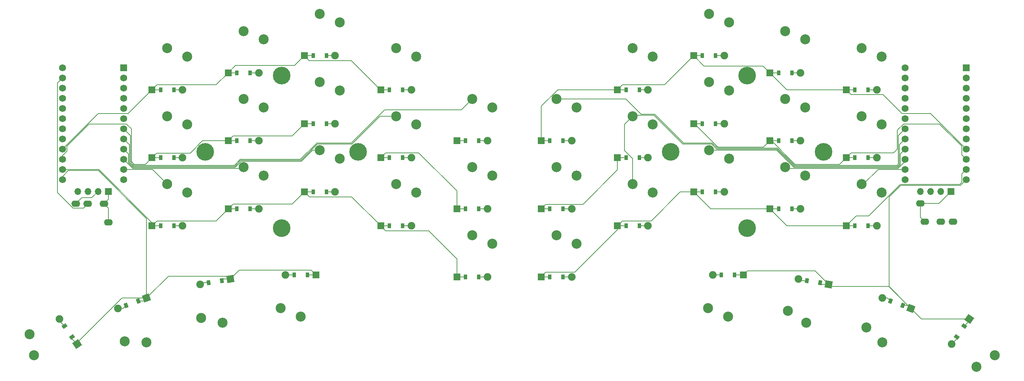
<source format=gbr>
%TF.GenerationSoftware,KiCad,Pcbnew,(6.0.4)*%
%TF.CreationDate,2022-07-04T17:43:03-04:00*%
%TF.ProjectId,glitch,676c6974-6368-42e6-9b69-6361645f7063,v1.0.0*%
%TF.SameCoordinates,Original*%
%TF.FileFunction,Copper,L1,Top*%
%TF.FilePolarity,Positive*%
%FSLAX46Y46*%
G04 Gerber Fmt 4.6, Leading zero omitted, Abs format (unit mm)*
G04 Created by KiCad (PCBNEW (6.0.4)) date 2022-07-04 17:43:03*
%MOMM*%
%LPD*%
G01*
G04 APERTURE LIST*
G04 Aperture macros list*
%AMRotRect*
0 Rectangle, with rotation*
0 The origin of the aperture is its center*
0 $1 length*
0 $2 width*
0 $3 Rotation angle, in degrees counterclockwise*
0 Add horizontal line*
21,1,$1,$2,0,0,$3*%
G04 Aperture macros list end*
%TA.AperFunction,ComponentPad*%
%ADD10C,2.500000*%
%TD*%
%TA.AperFunction,SMDPad,CuDef*%
%ADD11R,0.900000X1.200000*%
%TD*%
%TA.AperFunction,ComponentPad*%
%ADD12C,1.905000*%
%TD*%
%TA.AperFunction,ComponentPad*%
%ADD13R,1.778000X1.778000*%
%TD*%
%TA.AperFunction,SMDPad,CuDef*%
%ADD14RotRect,0.900000X1.200000X170.000000*%
%TD*%
%TA.AperFunction,ComponentPad*%
%ADD15RotRect,1.778000X1.778000X170.000000*%
%TD*%
%TA.AperFunction,SMDPad,CuDef*%
%ADD16RotRect,0.900000X1.200000X160.000000*%
%TD*%
%TA.AperFunction,ComponentPad*%
%ADD17RotRect,1.778000X1.778000X160.000000*%
%TD*%
%TA.AperFunction,SMDPad,CuDef*%
%ADD18RotRect,0.900000X1.200000X235.000000*%
%TD*%
%TA.AperFunction,ComponentPad*%
%ADD19RotRect,1.778000X1.778000X235.000000*%
%TD*%
%TA.AperFunction,SMDPad,CuDef*%
%ADD20RotRect,0.900000X1.200000X190.000000*%
%TD*%
%TA.AperFunction,ComponentPad*%
%ADD21RotRect,1.778000X1.778000X190.000000*%
%TD*%
%TA.AperFunction,SMDPad,CuDef*%
%ADD22RotRect,0.900000X1.200000X200.000000*%
%TD*%
%TA.AperFunction,ComponentPad*%
%ADD23RotRect,1.778000X1.778000X200.000000*%
%TD*%
%TA.AperFunction,SMDPad,CuDef*%
%ADD24RotRect,0.900000X1.200000X125.000000*%
%TD*%
%TA.AperFunction,ComponentPad*%
%ADD25RotRect,1.778000X1.778000X125.000000*%
%TD*%
%TA.AperFunction,ComponentPad*%
%ADD26R,1.752600X1.752600*%
%TD*%
%TA.AperFunction,ComponentPad*%
%ADD27C,1.752600*%
%TD*%
%TA.AperFunction,ComponentPad*%
%ADD28O,2.200000X1.600000*%
%TD*%
%TA.AperFunction,ComponentPad*%
%ADD29O,1.700000X1.700000*%
%TD*%
%TA.AperFunction,ComponentPad*%
%ADD30R,1.700000X1.700000*%
%TD*%
%TA.AperFunction,ComponentPad*%
%ADD31C,4.400000*%
%TD*%
%TA.AperFunction,Conductor*%
%ADD32C,0.127000*%
%TD*%
G04 APERTURE END LIST*
D10*
%TO.P,S1,1*%
%TO.N,pinky_bottom*%
X5000000Y3800000D03*
%TO.P,S1,2*%
%TO.N,D4*%
X0Y5900000D03*
%TD*%
D11*
%TO.P,D1,1*%
%TO.N,B2*%
X-1650000Y-4500000D03*
%TO.P,D1,2*%
%TO.N,pinky_bottom*%
X1650000Y-4500000D03*
D12*
%TO.P,D1,1*%
X3810000Y-4500000D03*
D13*
%TO.P,D1,2*%
%TO.N,B2*%
X-3810000Y-4500000D03*
%TD*%
D10*
%TO.P,S2,1*%
%TO.N,pinky_home*%
X5000000Y20800000D03*
%TO.P,S2,2*%
%TO.N,D4*%
X0Y22900000D03*
%TD*%
D11*
%TO.P,D2,1*%
%TO.N,B3*%
X-1650000Y12500000D03*
%TO.P,D2,2*%
%TO.N,pinky_home*%
X1650000Y12500000D03*
D12*
%TO.P,D2,1*%
X3810000Y12500000D03*
D13*
%TO.P,D2,2*%
%TO.N,B3*%
X-3810000Y12500000D03*
%TD*%
D10*
%TO.P,S3,1*%
%TO.N,pinky_top*%
X5000000Y37800000D03*
%TO.P,S3,2*%
%TO.N,D4*%
X0Y39900000D03*
%TD*%
D11*
%TO.P,D3,1*%
%TO.N,B1*%
X-1650000Y29500000D03*
%TO.P,D3,2*%
%TO.N,pinky_top*%
X1650000Y29500000D03*
D12*
%TO.P,D3,1*%
X3810000Y29500000D03*
D13*
%TO.P,D3,2*%
%TO.N,B1*%
X-3810000Y29500000D03*
%TD*%
D10*
%TO.P,S4,1*%
%TO.N,ring_bottom*%
X24000000Y16550000D03*
%TO.P,S4,2*%
%TO.N,C6*%
X19000000Y18650000D03*
%TD*%
D11*
%TO.P,D4,1*%
%TO.N,B2*%
X17350000Y8250000D03*
%TO.P,D4,2*%
%TO.N,ring_bottom*%
X20650000Y8250000D03*
D12*
%TO.P,D4,1*%
X22810000Y8250000D03*
D13*
%TO.P,D4,2*%
%TO.N,B2*%
X15190000Y8250000D03*
%TD*%
D10*
%TO.P,S5,1*%
%TO.N,ring_home*%
X24000000Y33550000D03*
%TO.P,S5,2*%
%TO.N,C6*%
X19000000Y35650000D03*
%TD*%
D11*
%TO.P,D5,1*%
%TO.N,B3*%
X17350000Y25250000D03*
%TO.P,D5,2*%
%TO.N,ring_home*%
X20650000Y25250000D03*
D12*
%TO.P,D5,1*%
X22810000Y25250000D03*
D13*
%TO.P,D5,2*%
%TO.N,B3*%
X15190000Y25250000D03*
%TD*%
D10*
%TO.P,S6,1*%
%TO.N,ring_top*%
X24000000Y50550000D03*
%TO.P,S6,2*%
%TO.N,C6*%
X19000000Y52650000D03*
%TD*%
D11*
%TO.P,D6,1*%
%TO.N,B1*%
X17350000Y42250000D03*
%TO.P,D6,2*%
%TO.N,ring_top*%
X20650000Y42250000D03*
D12*
%TO.P,D6,1*%
X22810000Y42250000D03*
D13*
%TO.P,D6,2*%
%TO.N,B1*%
X15190000Y42250000D03*
%TD*%
D10*
%TO.P,S7,1*%
%TO.N,middle_bottom*%
X43000000Y25050000D03*
%TO.P,S7,2*%
%TO.N,D7*%
X38000000Y27150000D03*
%TD*%
D11*
%TO.P,D7,1*%
%TO.N,B2*%
X36350000Y16750000D03*
%TO.P,D7,2*%
%TO.N,middle_bottom*%
X39650000Y16750000D03*
D12*
%TO.P,D7,1*%
X41810000Y16750000D03*
D13*
%TO.P,D7,2*%
%TO.N,B2*%
X34190000Y16750000D03*
%TD*%
D10*
%TO.P,S8,1*%
%TO.N,middle_home*%
X43000000Y42050000D03*
%TO.P,S8,2*%
%TO.N,D7*%
X38000000Y44150000D03*
%TD*%
D11*
%TO.P,D8,1*%
%TO.N,B3*%
X36350000Y33750000D03*
%TO.P,D8,2*%
%TO.N,middle_home*%
X39650000Y33750000D03*
D12*
%TO.P,D8,1*%
X41810000Y33750000D03*
D13*
%TO.P,D8,2*%
%TO.N,B3*%
X34190000Y33750000D03*
%TD*%
D10*
%TO.P,S9,1*%
%TO.N,middle_top*%
X43000000Y59050000D03*
%TO.P,S9,2*%
%TO.N,D7*%
X38000000Y61150000D03*
%TD*%
D11*
%TO.P,D9,1*%
%TO.N,B1*%
X36350000Y50750000D03*
%TO.P,D9,2*%
%TO.N,middle_top*%
X39650000Y50750000D03*
D12*
%TO.P,D9,1*%
X41810000Y50750000D03*
D13*
%TO.P,D9,2*%
%TO.N,B1*%
X34190000Y50750000D03*
%TD*%
D10*
%TO.P,S10,1*%
%TO.N,index_bottom*%
X62000000Y20800000D03*
%TO.P,S10,2*%
%TO.N,E6*%
X57000000Y22900000D03*
%TD*%
D11*
%TO.P,D10,1*%
%TO.N,B2*%
X55350000Y12500000D03*
%TO.P,D10,2*%
%TO.N,index_bottom*%
X58650000Y12500000D03*
D12*
%TO.P,D10,1*%
X60810000Y12500000D03*
D13*
%TO.P,D10,2*%
%TO.N,B2*%
X53190000Y12500000D03*
%TD*%
D10*
%TO.P,S11,1*%
%TO.N,index_home*%
X62000000Y37800000D03*
%TO.P,S11,2*%
%TO.N,E6*%
X57000000Y39900000D03*
%TD*%
D11*
%TO.P,D11,1*%
%TO.N,B3*%
X55350000Y29500000D03*
%TO.P,D11,2*%
%TO.N,index_home*%
X58650000Y29500000D03*
D12*
%TO.P,D11,1*%
X60810000Y29500000D03*
D13*
%TO.P,D11,2*%
%TO.N,B3*%
X53190000Y29500000D03*
%TD*%
D10*
%TO.P,S12,1*%
%TO.N,index_top*%
X62000000Y54800000D03*
%TO.P,S12,2*%
%TO.N,E6*%
X57000000Y56900000D03*
%TD*%
D11*
%TO.P,D12,1*%
%TO.N,B1*%
X55350000Y46500000D03*
%TO.P,D12,2*%
%TO.N,index_top*%
X58650000Y46500000D03*
D12*
%TO.P,D12,1*%
X60810000Y46500000D03*
D13*
%TO.P,D12,2*%
%TO.N,B1*%
X53190000Y46500000D03*
%TD*%
D10*
%TO.P,S13,1*%
%TO.N,inner_bottom*%
X81000000Y16550000D03*
%TO.P,S13,2*%
%TO.N,B4*%
X76000000Y18650000D03*
%TD*%
D11*
%TO.P,D13,1*%
%TO.N,B2*%
X74350000Y8250000D03*
%TO.P,D13,2*%
%TO.N,inner_bottom*%
X77650000Y8250000D03*
D12*
%TO.P,D13,1*%
X79810000Y8250000D03*
D13*
%TO.P,D13,2*%
%TO.N,B2*%
X72190000Y8250000D03*
%TD*%
D10*
%TO.P,S14,1*%
%TO.N,inner_home*%
X81000000Y33550000D03*
%TO.P,S14,2*%
%TO.N,B4*%
X76000000Y35650000D03*
%TD*%
D11*
%TO.P,D14,1*%
%TO.N,B3*%
X74350000Y25250000D03*
%TO.P,D14,2*%
%TO.N,inner_home*%
X77650000Y25250000D03*
D12*
%TO.P,D14,1*%
X79810000Y25250000D03*
D13*
%TO.P,D14,2*%
%TO.N,B3*%
X72190000Y25250000D03*
%TD*%
D10*
%TO.P,S15,1*%
%TO.N,inner_top*%
X81000000Y50550000D03*
%TO.P,S15,2*%
%TO.N,B4*%
X76000000Y52650000D03*
%TD*%
D11*
%TO.P,D15,1*%
%TO.N,B1*%
X74350000Y42250000D03*
%TO.P,D15,2*%
%TO.N,inner_top*%
X77650000Y42250000D03*
D12*
%TO.P,D15,1*%
X79810000Y42250000D03*
D13*
%TO.P,D15,2*%
%TO.N,B1*%
X72190000Y42250000D03*
%TD*%
D10*
%TO.P,S16,1*%
%TO.N,outer_thumbs*%
X37750000Y-12300000D03*
%TO.P,S16,2*%
%TO.N,C6*%
X42750000Y-14400000D03*
%TD*%
D11*
%TO.P,D16,1*%
%TO.N,B6*%
X44400000Y-4000000D03*
%TO.P,D16,2*%
%TO.N,outer_thumbs*%
X41100000Y-4000000D03*
D12*
%TO.P,D16,1*%
X38940000Y-4000000D03*
D13*
%TO.P,D16,2*%
%TO.N,B6*%
X46560000Y-4000000D03*
%TD*%
D10*
%TO.P,S17,1*%
%TO.N,middle1_thumbs*%
X57686622Y-12994365D03*
%TO.P,S17,2*%
%TO.N,D7*%
X62246000Y-15930702D03*
%TD*%
D14*
%TO.P,D17,1*%
%TO.N,B6*%
X65676873Y-5975220D03*
%TO.P,D17,2*%
%TO.N,middle1_thumbs*%
X62427007Y-5402182D03*
D12*
%TO.P,D17,1*%
X60299822Y-5027101D03*
D15*
%TO.P,D17,2*%
%TO.N,B6*%
X67804058Y-6350301D03*
%TD*%
D10*
%TO.P,S18,1*%
%TO.N,middle2_thumbs*%
X77199786Y-17140138D03*
%TO.P,S18,2*%
%TO.N,E6*%
X81180007Y-20823593D03*
%TD*%
D16*
%TO.P,D18,1*%
%TO.N,B6*%
X86287510Y-11615123D03*
%TO.P,D18,2*%
%TO.N,middle2_thumbs*%
X83186524Y-10486457D03*
D12*
%TO.P,D18,1*%
X81156788Y-9747693D03*
D17*
%TO.P,D18,2*%
%TO.N,B6*%
X88317246Y-12353887D03*
%TD*%
D10*
%TO.P,S19,1*%
%TO.N,inner_thumbs*%
X104619730Y-26986949D03*
%TO.P,S19,2*%
%TO.N,B4*%
X109207831Y-24095699D03*
%TD*%
D18*
%TO.P,D19,1*%
%TO.N,B6*%
X101635050Y-16778903D03*
%TO.P,D19,2*%
%TO.N,inner_thumbs*%
X99742248Y-19482105D03*
D12*
%TO.P,D19,1*%
X98503323Y-21251473D03*
D19*
%TO.P,D19,2*%
%TO.N,B6*%
X102873975Y-15009535D03*
%TD*%
D10*
%TO.P,S20,1*%
%TO.N,mirror_pinky_bottom*%
X-16000000Y3800000D03*
%TO.P,S20,2*%
%TO.N,F6*%
X-21000000Y5900000D03*
%TD*%
D11*
%TO.P,D20,1*%
%TO.N,B4*%
X-22650000Y-4500000D03*
%TO.P,D20,2*%
%TO.N,mirror_pinky_bottom*%
X-19350000Y-4500000D03*
D12*
%TO.P,D20,1*%
X-17190000Y-4500000D03*
D13*
%TO.P,D20,2*%
%TO.N,B4*%
X-24810000Y-4500000D03*
%TD*%
D10*
%TO.P,S21,1*%
%TO.N,mirror_pinky_home*%
X-16000000Y20800000D03*
%TO.P,S21,2*%
%TO.N,F6*%
X-21000000Y22900000D03*
%TD*%
D11*
%TO.P,D21,1*%
%TO.N,E6*%
X-22650000Y12500000D03*
%TO.P,D21,2*%
%TO.N,mirror_pinky_home*%
X-19350000Y12500000D03*
D12*
%TO.P,D21,1*%
X-17190000Y12500000D03*
D13*
%TO.P,D21,2*%
%TO.N,E6*%
X-24810000Y12500000D03*
%TD*%
D10*
%TO.P,S22,1*%
%TO.N,mirror_pinky_top*%
X-16000000Y37800000D03*
%TO.P,S22,2*%
%TO.N,F6*%
X-21000000Y39900000D03*
%TD*%
D11*
%TO.P,D22,1*%
%TO.N,D7*%
X-22650000Y29500000D03*
%TO.P,D22,2*%
%TO.N,mirror_pinky_top*%
X-19350000Y29500000D03*
D12*
%TO.P,D22,1*%
X-17190000Y29500000D03*
D13*
%TO.P,D22,2*%
%TO.N,D7*%
X-24810000Y29500000D03*
%TD*%
D10*
%TO.P,S23,1*%
%TO.N,mirror_ring_bottom*%
X-35000000Y16550000D03*
%TO.P,S23,2*%
%TO.N,F7*%
X-40000000Y18650000D03*
%TD*%
D11*
%TO.P,D23,1*%
%TO.N,B4*%
X-41650000Y8250000D03*
%TO.P,D23,2*%
%TO.N,mirror_ring_bottom*%
X-38350000Y8250000D03*
D12*
%TO.P,D23,1*%
X-36190000Y8250000D03*
D13*
%TO.P,D23,2*%
%TO.N,B4*%
X-43810000Y8250000D03*
%TD*%
D10*
%TO.P,S24,1*%
%TO.N,mirror_ring_home*%
X-35000000Y33550000D03*
%TO.P,S24,2*%
%TO.N,F7*%
X-40000000Y35650000D03*
%TD*%
D11*
%TO.P,D24,1*%
%TO.N,E6*%
X-41650000Y25250000D03*
%TO.P,D24,2*%
%TO.N,mirror_ring_home*%
X-38350000Y25250000D03*
D12*
%TO.P,D24,1*%
X-36190000Y25250000D03*
D13*
%TO.P,D24,2*%
%TO.N,E6*%
X-43810000Y25250000D03*
%TD*%
D10*
%TO.P,S25,1*%
%TO.N,mirror_ring_top*%
X-35000000Y50550000D03*
%TO.P,S25,2*%
%TO.N,F7*%
X-40000000Y52650000D03*
%TD*%
D11*
%TO.P,D25,1*%
%TO.N,D7*%
X-41650000Y42250000D03*
%TO.P,D25,2*%
%TO.N,mirror_ring_top*%
X-38350000Y42250000D03*
D12*
%TO.P,D25,1*%
X-36190000Y42250000D03*
D13*
%TO.P,D25,2*%
%TO.N,D7*%
X-43810000Y42250000D03*
%TD*%
D10*
%TO.P,S26,1*%
%TO.N,mirror_middle_bottom*%
X-54000000Y25050000D03*
%TO.P,S26,2*%
%TO.N,B1*%
X-59000000Y27150000D03*
%TD*%
D11*
%TO.P,D26,1*%
%TO.N,B4*%
X-60650000Y16750000D03*
%TO.P,D26,2*%
%TO.N,mirror_middle_bottom*%
X-57350000Y16750000D03*
D12*
%TO.P,D26,1*%
X-55190000Y16750000D03*
D13*
%TO.P,D26,2*%
%TO.N,B4*%
X-62810000Y16750000D03*
%TD*%
D10*
%TO.P,S27,1*%
%TO.N,mirror_middle_home*%
X-54000000Y42050000D03*
%TO.P,S27,2*%
%TO.N,B1*%
X-59000000Y44150000D03*
%TD*%
D11*
%TO.P,D27,1*%
%TO.N,E6*%
X-60650000Y33750000D03*
%TO.P,D27,2*%
%TO.N,mirror_middle_home*%
X-57350000Y33750000D03*
D12*
%TO.P,D27,1*%
X-55190000Y33750000D03*
D13*
%TO.P,D27,2*%
%TO.N,E6*%
X-62810000Y33750000D03*
%TD*%
D10*
%TO.P,S28,1*%
%TO.N,mirror_middle_top*%
X-54000000Y59050000D03*
%TO.P,S28,2*%
%TO.N,B1*%
X-59000000Y61150000D03*
%TD*%
D11*
%TO.P,D28,1*%
%TO.N,D7*%
X-60650000Y50750000D03*
%TO.P,D28,2*%
%TO.N,mirror_middle_top*%
X-57350000Y50750000D03*
D12*
%TO.P,D28,1*%
X-55190000Y50750000D03*
D13*
%TO.P,D28,2*%
%TO.N,D7*%
X-62810000Y50750000D03*
%TD*%
D10*
%TO.P,S29,1*%
%TO.N,mirror_index_bottom*%
X-73000000Y20800000D03*
%TO.P,S29,2*%
%TO.N,B3*%
X-78000000Y22900000D03*
%TD*%
D11*
%TO.P,D29,1*%
%TO.N,B4*%
X-79650000Y12500000D03*
%TO.P,D29,2*%
%TO.N,mirror_index_bottom*%
X-76350000Y12500000D03*
D12*
%TO.P,D29,1*%
X-74190000Y12500000D03*
D13*
%TO.P,D29,2*%
%TO.N,B4*%
X-81810000Y12500000D03*
%TD*%
D10*
%TO.P,S30,1*%
%TO.N,mirror_index_home*%
X-73000000Y37800000D03*
%TO.P,S30,2*%
%TO.N,B3*%
X-78000000Y39900000D03*
%TD*%
D11*
%TO.P,D30,1*%
%TO.N,E6*%
X-79650000Y29500000D03*
%TO.P,D30,2*%
%TO.N,mirror_index_home*%
X-76350000Y29500000D03*
D12*
%TO.P,D30,1*%
X-74190000Y29500000D03*
D13*
%TO.P,D30,2*%
%TO.N,E6*%
X-81810000Y29500000D03*
%TD*%
D10*
%TO.P,S31,1*%
%TO.N,mirror_index_top*%
X-73000000Y54800000D03*
%TO.P,S31,2*%
%TO.N,B3*%
X-78000000Y56900000D03*
%TD*%
D11*
%TO.P,D31,1*%
%TO.N,D7*%
X-79650000Y46500000D03*
%TO.P,D31,2*%
%TO.N,mirror_index_top*%
X-76350000Y46500000D03*
D12*
%TO.P,D31,1*%
X-74190000Y46500000D03*
D13*
%TO.P,D31,2*%
%TO.N,D7*%
X-81810000Y46500000D03*
%TD*%
D10*
%TO.P,S32,1*%
%TO.N,mirror_inner_bottom*%
X-92000000Y16550000D03*
%TO.P,S32,2*%
%TO.N,B2*%
X-97000000Y18650000D03*
%TD*%
D11*
%TO.P,D32,1*%
%TO.N,B4*%
X-98650000Y8250000D03*
%TO.P,D32,2*%
%TO.N,mirror_inner_bottom*%
X-95350000Y8250000D03*
D12*
%TO.P,D32,1*%
X-93190000Y8250000D03*
D13*
%TO.P,D32,2*%
%TO.N,B4*%
X-100810000Y8250000D03*
%TD*%
D10*
%TO.P,S33,1*%
%TO.N,mirror_inner_home*%
X-92000000Y33550000D03*
%TO.P,S33,2*%
%TO.N,B2*%
X-97000000Y35650000D03*
%TD*%
D11*
%TO.P,D33,1*%
%TO.N,E6*%
X-98650000Y25250000D03*
%TO.P,D33,2*%
%TO.N,mirror_inner_home*%
X-95350000Y25250000D03*
D12*
%TO.P,D33,1*%
X-93190000Y25250000D03*
D13*
%TO.P,D33,2*%
%TO.N,E6*%
X-100810000Y25250000D03*
%TD*%
D10*
%TO.P,S34,1*%
%TO.N,mirror_inner_top*%
X-92000000Y50550000D03*
%TO.P,S34,2*%
%TO.N,B2*%
X-97000000Y52650000D03*
%TD*%
D11*
%TO.P,D34,1*%
%TO.N,D7*%
X-98650000Y42250000D03*
%TO.P,D34,2*%
%TO.N,mirror_inner_top*%
X-95350000Y42250000D03*
D12*
%TO.P,D34,1*%
X-93190000Y42250000D03*
D13*
%TO.P,D34,2*%
%TO.N,D7*%
X-100810000Y42250000D03*
%TD*%
D10*
%TO.P,S35,1*%
%TO.N,mirror_outer_thumbs*%
X-68750000Y-12300000D03*
%TO.P,S35,2*%
%TO.N,F7*%
X-63750000Y-14400000D03*
%TD*%
D11*
%TO.P,D35,1*%
%TO.N,B5*%
X-62100000Y-4000000D03*
%TO.P,D35,2*%
%TO.N,mirror_outer_thumbs*%
X-65400000Y-4000000D03*
D12*
%TO.P,D35,1*%
X-67560000Y-4000000D03*
D13*
%TO.P,D35,2*%
%TO.N,B5*%
X-59940000Y-4000000D03*
%TD*%
D10*
%TO.P,S36,1*%
%TO.N,mirror_middle1_thumbs*%
X-88534700Y-14730846D03*
%TO.P,S36,2*%
%TO.N,B1*%
X-83246000Y-15930702D03*
%TD*%
D20*
%TO.P,D36,1*%
%TO.N,B5*%
X-83427007Y-5402182D03*
%TO.P,D36,2*%
%TO.N,mirror_middle1_thumbs*%
X-86676873Y-5975220D03*
D12*
%TO.P,D36,1*%
X-88804058Y-6350301D03*
D21*
%TO.P,D36,2*%
%TO.N,B5*%
X-81299822Y-5027101D03*
%TD*%
D10*
%TO.P,S37,1*%
%TO.N,mirror_middle2_thumbs*%
X-107596713Y-20560340D03*
%TO.P,S37,2*%
%TO.N,B3*%
X-102180007Y-20823593D03*
%TD*%
D22*
%TO.P,D37,1*%
%TO.N,B5*%
X-104186524Y-10486457D03*
%TO.P,D37,2*%
%TO.N,mirror_middle2_thumbs*%
X-107287510Y-11615123D03*
D12*
%TO.P,D37,1*%
X-109317246Y-12353887D03*
D23*
%TO.P,D37,2*%
%TO.N,B5*%
X-102156788Y-9747693D03*
%TD*%
D10*
%TO.P,S38,1*%
%TO.N,mirror_inner_thumbs*%
X-131355494Y-18795428D03*
%TO.P,S38,2*%
%TO.N,B2*%
X-130207831Y-24095699D03*
%TD*%
D24*
%TO.P,D38,1*%
%TO.N,B5*%
X-120742248Y-19482105D03*
%TO.P,D38,2*%
%TO.N,mirror_inner_thumbs*%
X-122635050Y-16778903D03*
D12*
%TO.P,D38,1*%
X-123873975Y-15009535D03*
D25*
%TO.P,D38,2*%
%TO.N,B5*%
X-119503323Y-21251473D03*
%TD*%
D26*
%TO.P,MCU1,1*%
%TO.N,RAW*%
X102120000Y47720000D03*
D27*
%TO.P,MCU1,2*%
%TO.N,GND*%
X102120000Y45180000D03*
%TO.P,MCU1,3*%
%TO.N,RST*%
X102120000Y42640000D03*
%TO.P,MCU1,4*%
%TO.N,VCC*%
X102120000Y40100000D03*
%TO.P,MCU1,5*%
%TO.N,F4*%
X102120000Y37560000D03*
%TO.P,MCU1,6*%
%TO.N,F5*%
X102120000Y35020000D03*
%TO.P,MCU1,7*%
%TO.N,F6*%
X102120000Y32480000D03*
%TO.P,MCU1,8*%
%TO.N,F7*%
X102120000Y29940000D03*
%TO.P,MCU1,9*%
%TO.N,B1*%
X102120000Y27400000D03*
%TO.P,MCU1,10*%
%TO.N,B3*%
X102120000Y24860000D03*
%TO.P,MCU1,11*%
%TO.N,B2*%
X102120000Y22320000D03*
%TO.P,MCU1,12*%
%TO.N,B6*%
X102120000Y19780000D03*
%TO.P,MCU1,13*%
%TO.N,D3*%
X86880000Y47720000D03*
%TO.P,MCU1,14*%
%TO.N,D2*%
X86880000Y45180000D03*
%TO.P,MCU1,15*%
%TO.N,GND*%
X86880000Y42640000D03*
%TO.P,MCU1,16*%
X86880000Y40100000D03*
%TO.P,MCU1,17*%
%TO.N,D1*%
X86880000Y37560000D03*
%TO.P,MCU1,18*%
%TO.N,D0*%
X86880000Y35020000D03*
%TO.P,MCU1,19*%
%TO.N,D4*%
X86880000Y32480000D03*
%TO.P,MCU1,20*%
%TO.N,C6*%
X86880000Y29940000D03*
%TO.P,MCU1,21*%
%TO.N,D7*%
X86880000Y27400000D03*
%TO.P,MCU1,22*%
%TO.N,E6*%
X86880000Y24860000D03*
%TO.P,MCU1,23*%
%TO.N,B4*%
X86880000Y22320000D03*
%TO.P,MCU1,24*%
%TO.N,B5*%
X86880000Y19780000D03*
%TD*%
D26*
%TO.P,MCU2,1*%
%TO.N,RAW*%
X-107880000Y47720000D03*
D27*
%TO.P,MCU2,2*%
%TO.N,GND*%
X-107880000Y45180000D03*
%TO.P,MCU2,3*%
%TO.N,RST*%
X-107880000Y42640000D03*
%TO.P,MCU2,4*%
%TO.N,VCC*%
X-107880000Y40100000D03*
%TO.P,MCU2,5*%
%TO.N,F4*%
X-107880000Y37560000D03*
%TO.P,MCU2,6*%
%TO.N,F5*%
X-107880000Y35020000D03*
%TO.P,MCU2,7*%
%TO.N,F6*%
X-107880000Y32480000D03*
%TO.P,MCU2,8*%
%TO.N,F7*%
X-107880000Y29940000D03*
%TO.P,MCU2,9*%
%TO.N,B1*%
X-107880000Y27400000D03*
%TO.P,MCU2,10*%
%TO.N,B3*%
X-107880000Y24860000D03*
%TO.P,MCU2,11*%
%TO.N,B2*%
X-107880000Y22320000D03*
%TO.P,MCU2,12*%
%TO.N,B6*%
X-107880000Y19780000D03*
%TO.P,MCU2,13*%
%TO.N,D3*%
X-123120000Y47720000D03*
%TO.P,MCU2,14*%
%TO.N,D2*%
X-123120000Y45180000D03*
%TO.P,MCU2,15*%
%TO.N,GND*%
X-123120000Y42640000D03*
%TO.P,MCU2,16*%
X-123120000Y40100000D03*
%TO.P,MCU2,17*%
%TO.N,D1*%
X-123120000Y37560000D03*
%TO.P,MCU2,18*%
%TO.N,D0*%
X-123120000Y35020000D03*
%TO.P,MCU2,19*%
%TO.N,D4*%
X-123120000Y32480000D03*
%TO.P,MCU2,20*%
%TO.N,C6*%
X-123120000Y29940000D03*
%TO.P,MCU2,21*%
%TO.N,D7*%
X-123120000Y27400000D03*
%TO.P,MCU2,22*%
%TO.N,E6*%
X-123120000Y24860000D03*
%TO.P,MCU2,23*%
%TO.N,B4*%
X-123120000Y22320000D03*
%TO.P,MCU2,24*%
%TO.N,B5*%
X-123120000Y19780000D03*
%TD*%
D28*
%TO.P,REF\u002A\u002A,1*%
%TO.N,GND*%
X90700000Y13850000D03*
%TO.P,REF\u002A\u002A,2*%
X91800000Y9250000D03*
%TO.P,REF\u002A\u002A,3*%
%TO.N,D2*%
X95800000Y9250000D03*
%TO.P,REF\u002A\u002A,4*%
%TO.N,VCC*%
X98800000Y9250000D03*
%TD*%
%TO.P,REF\u002A\u002A,1*%
%TO.N,GND*%
X-111700000Y9150000D03*
%TO.P,REF\u002A\u002A,2*%
X-112800000Y13750000D03*
%TO.P,REF\u002A\u002A,3*%
%TO.N,D2*%
X-116800000Y13750000D03*
%TO.P,REF\u002A\u002A,4*%
%TO.N,VCC*%
X-119800000Y13750000D03*
%TD*%
D29*
%TO.P,OLED1,4*%
%TO.N,D1*%
X90680000Y16850000D03*
%TO.P,OLED1,3*%
%TO.N,D0*%
X93220000Y16850000D03*
%TO.P,OLED1,2*%
%TO.N,VCC*%
X95760000Y16850000D03*
D30*
%TO.P,OLED1,1*%
%TO.N,GND*%
X98300000Y16850000D03*
%TD*%
D29*
%TO.P,OLED2,4*%
%TO.N,D1*%
X-119320000Y16850000D03*
%TO.P,OLED2,3*%
%TO.N,D0*%
X-116780000Y16850000D03*
%TO.P,OLED2,2*%
%TO.N,VCC*%
X-114240000Y16850000D03*
D30*
%TO.P,OLED2,1*%
%TO.N,GND*%
X-111700000Y16850000D03*
%TD*%
D31*
%TO.P,,1*%
%TO.N,N/C*%
X47500000Y45800000D03*
X47500000Y7700000D03*
X28450000Y26750000D03*
X66550000Y26750000D03*
%TD*%
%TO.P,,1*%
%TO.N,N/C*%
X-68500000Y45800000D03*
X-68500000Y7700000D03*
X-87550000Y26750000D03*
X-49450000Y26750000D03*
%TD*%
D32*
%TO.N,B3*%
X53575596Y29500000D02*
X53190000Y29500000D01*
X59461516Y23614080D02*
X53575596Y29500000D01*
X70554080Y23614080D02*
X59461516Y23614080D01*
X72190000Y25250000D02*
X70554080Y23614080D01*
%TO.N,D4*%
X85185920Y30785920D02*
X86880000Y32480000D01*
X85185920Y23744452D02*
X85185920Y30785920D01*
X84802028Y23360560D02*
X85185920Y23744452D01*
X59356504Y23360560D02*
X84802028Y23360560D01*
X55060024Y27657040D02*
X59356504Y23360560D01*
X38805012Y28953520D02*
X40101492Y27657040D01*
X21046480Y36153520D02*
X24446480Y36153520D01*
X24446480Y36153520D02*
X31646480Y28953520D01*
X40101492Y27657040D02*
X55060024Y27657040D01*
X17300000Y39900000D02*
X21046480Y36153520D01*
X0Y39900000D02*
X17300000Y39900000D01*
X31646480Y28953520D02*
X38805012Y28953520D01*
%TO.N,C6*%
X85439440Y28499440D02*
X86880000Y29940000D01*
X85439440Y23639440D02*
X85439440Y28499440D01*
X84907040Y23107040D02*
X85439440Y23639440D01*
X59251492Y23107040D02*
X84907040Y23107040D01*
X31500000Y28700000D02*
X38700000Y28700000D01*
X24300000Y35900000D02*
X31500000Y28700000D01*
X38700000Y28700000D02*
X39996481Y27403520D01*
X19250000Y35900000D02*
X24300000Y35900000D01*
X39996481Y27403520D02*
X54955012Y27403520D01*
X54955012Y27403520D02*
X59251492Y23107040D01*
X19000000Y35650000D02*
X19250000Y35900000D01*
%TO.N,D7*%
X85692960Y26212960D02*
X86880000Y27400000D01*
X85692960Y23534428D02*
X85692960Y26212960D01*
X59146480Y22853520D02*
X85012052Y22853520D01*
X85012052Y22853520D02*
X85692960Y23534428D01*
X38000000Y27150000D02*
X54850000Y27150000D01*
X54850000Y27150000D02*
X59146480Y22853520D01*
%TO.N,E6*%
X85117064Y22600000D02*
X86880000Y24362936D01*
X57300000Y22600000D02*
X85117064Y22600000D01*
X86880000Y24362936D02*
X86880000Y24860000D01*
X57000000Y22900000D02*
X57300000Y22600000D01*
%TO.N,B1*%
X16440000Y43500000D02*
X15190000Y42250000D01*
X26940000Y43500000D02*
X16440000Y43500000D01*
X34190000Y50750000D02*
X26940000Y43500000D01*
%TO.N,B2*%
X23600000Y9500000D02*
X16400000Y9500000D01*
X30850000Y16750000D02*
X23600000Y9500000D01*
X34190000Y16750000D02*
X30850000Y16750000D01*
X16400000Y9500000D02*
X15190000Y8290000D01*
X15190000Y8290000D02*
X15190000Y8250000D01*
%TO.N,B3*%
X40206504Y27910560D02*
X34367064Y33750000D01*
X51600560Y27910560D02*
X40206504Y27910560D01*
X34367064Y33750000D02*
X34190000Y33750000D01*
X53190000Y29500000D02*
X51600560Y27910560D01*
%TO.N,B2*%
X100500000Y18600000D02*
X101000000Y19100000D01*
X101000000Y19100000D02*
X101000000Y21200000D01*
X85700000Y18600000D02*
X100500000Y18600000D01*
X101000000Y21200000D02*
X102120000Y22320000D01*
X77800000Y10700000D02*
X85700000Y18600000D01*
X72190000Y8250000D02*
X74640000Y10700000D01*
X74640000Y10700000D02*
X77800000Y10700000D01*
%TO.N,GND*%
X90700000Y10350000D02*
X90700000Y13850000D01*
X91800000Y9250000D02*
X90700000Y10350000D01*
X95300000Y13850000D02*
X98300000Y16850000D01*
X90700000Y13850000D02*
X95300000Y13850000D01*
%TO.N,C6*%
X16972479Y33622479D02*
X16972479Y27027521D01*
X19000000Y25000000D02*
X19000000Y18650000D01*
X19000000Y35650000D02*
X16972479Y33622479D01*
X16972479Y27027521D02*
X19000000Y25000000D01*
%TO.N,B2*%
X4598511Y-3357489D02*
X-2667489Y-3357489D01*
X15190000Y7234000D02*
X4598511Y-3357489D01*
X-2667489Y-3357489D02*
X-3810000Y-4500000D01*
X15190000Y8250000D02*
X15190000Y7234000D01*
X53190000Y12500000D02*
X38440000Y12500000D01*
X38440000Y12500000D02*
X34190000Y16750000D01*
X57440000Y8250000D02*
X53190000Y12500000D01*
X72190000Y8250000D02*
X57440000Y8250000D01*
%TO.N,B3*%
X-2667489Y13642511D02*
X-3810000Y12500000D01*
X6568267Y13642511D02*
X-2667489Y13642511D01*
X15190000Y22264244D02*
X6568267Y13642511D01*
X15190000Y25250000D02*
X15190000Y22264244D01*
%TO.N,B1*%
X-3810000Y38126484D02*
X-3810000Y29500000D01*
X313516Y42250000D02*
X-3810000Y38126484D01*
X15190000Y42250000D02*
X313516Y42250000D01*
X36749989Y48190011D02*
X34190000Y50750000D01*
X51499989Y48190011D02*
X36749989Y48190011D01*
X53190000Y46500000D02*
X51499989Y48190011D01*
X57440000Y42250000D02*
X53190000Y46500000D01*
X72190000Y42250000D02*
X57440000Y42250000D01*
%TO.N,B6*%
X100686480Y18346480D02*
X102120000Y19780000D01*
X85805012Y18346480D02*
X100686480Y18346480D01*
X88317246Y-12353887D02*
X82900000Y-6936641D01*
X82900000Y-6936641D02*
X82900000Y15441468D01*
X82900000Y15441468D02*
X85805012Y18346480D01*
X82863359Y-6900000D02*
X68353757Y-6900000D01*
X88317246Y-12353887D02*
X82863359Y-6900000D01*
X68353757Y-6900000D02*
X67804058Y-6350301D01*
X64453757Y-3000000D02*
X47560000Y-3000000D01*
X67804058Y-6350301D02*
X64453757Y-3000000D01*
X47560000Y-3000000D02*
X46560000Y-4000000D01*
X90972894Y-15009535D02*
X88317246Y-12353887D01*
X102873975Y-15009535D02*
X90972894Y-15009535D01*
%TO.N,B3*%
X101000000Y25980000D02*
X102120000Y24860000D01*
X101000000Y28161468D02*
X101000000Y25980000D01*
X84932400Y32136397D02*
X86496003Y33700000D01*
X84932400Y27432400D02*
X84932400Y32136397D01*
X84000000Y26500000D02*
X84932400Y27432400D01*
X73440000Y26500000D02*
X84000000Y26500000D01*
X86496003Y33700000D02*
X95461468Y33700000D01*
X72190000Y25250000D02*
X73440000Y26500000D01*
X95461468Y33700000D02*
X101000000Y28161468D01*
%TO.N,B1*%
X86100000Y36300000D02*
X93220000Y36300000D01*
X81400000Y41000000D02*
X86100000Y36300000D01*
X73440000Y41000000D02*
X81400000Y41000000D01*
X72190000Y42250000D02*
X73440000Y41000000D01*
X93220000Y36300000D02*
X102120000Y27400000D01*
%TO.N,B4*%
X86853520Y22346480D02*
X86880000Y22320000D01*
X76484128Y18650000D02*
X80180608Y22346480D01*
X80180608Y22346480D02*
X86853520Y22346480D01*
X76000000Y18650000D02*
X76484128Y18650000D01*
%TO.N,B2*%
X-1650000Y-4500000D02*
X-3810000Y-4500000D01*
%TO.N,pinky_bottom*%
X3810000Y-4500000D02*
X1650000Y-4500000D01*
%TO.N,pinky_home*%
X1650000Y12500000D02*
X3810000Y12500000D01*
%TO.N,B3*%
X-3810000Y12500000D02*
X-1650000Y12500000D01*
%TO.N,B1*%
X-1650000Y29500000D02*
X-3810000Y29500000D01*
%TO.N,pinky_top*%
X3810000Y29500000D02*
X1650000Y29500000D01*
%TO.N,B2*%
X17350000Y8250000D02*
X15190000Y8250000D01*
%TO.N,ring_bottom*%
X22810000Y8250000D02*
X20650000Y8250000D01*
%TO.N,ring_home*%
X20650000Y25250000D02*
X22810000Y25250000D01*
%TO.N,B3*%
X15190000Y25250000D02*
X17350000Y25250000D01*
%TO.N,B1*%
X17350000Y42250000D02*
X15190000Y42250000D01*
%TO.N,ring_top*%
X22810000Y42250000D02*
X20650000Y42250000D01*
%TO.N,B1*%
X36350000Y50750000D02*
X34190000Y50750000D01*
%TO.N,middle_top*%
X41810000Y50750000D02*
X39650000Y50750000D01*
%TO.N,middle_home*%
X39650000Y33750000D02*
X41810000Y33750000D01*
%TO.N,B3*%
X34190000Y33750000D02*
X36350000Y33750000D01*
%TO.N,B2*%
X36350000Y16750000D02*
X34190000Y16750000D01*
%TO.N,middle_bottom*%
X41810000Y16750000D02*
X39650000Y16750000D01*
%TO.N,index_bottom*%
X58650000Y12500000D02*
X60810000Y12500000D01*
%TO.N,B2*%
X53190000Y12500000D02*
X55350000Y12500000D01*
%TO.N,B3*%
X55350000Y29500000D02*
X53190000Y29500000D01*
%TO.N,index_home*%
X60810000Y29500000D02*
X58650000Y29500000D01*
%TO.N,B1*%
X55350000Y46500000D02*
X53190000Y46500000D01*
%TO.N,index_top*%
X60810000Y46500000D02*
X58650000Y46500000D01*
%TO.N,B1*%
X74350000Y42250000D02*
X72190000Y42250000D01*
%TO.N,inner_top*%
X79810000Y42250000D02*
X77650000Y42250000D01*
%TO.N,inner_home*%
X77650000Y25250000D02*
X79810000Y25250000D01*
%TO.N,B3*%
X72190000Y25250000D02*
X74350000Y25250000D01*
%TO.N,B2*%
X74350000Y8250000D02*
X72190000Y8250000D01*
%TO.N,inner_bottom*%
X79810000Y8250000D02*
X77650000Y8250000D01*
%TO.N,outer_thumbs*%
X41100000Y-4000000D02*
X38940000Y-4000000D01*
%TO.N,B6*%
X46560000Y-4000000D02*
X44400000Y-4000000D01*
%TO.N,middle1_thumbs*%
X60674903Y-5402182D02*
X60299822Y-5027101D01*
X62427007Y-5402182D02*
X60674903Y-5402182D01*
%TO.N,B6*%
X66051954Y-6350301D02*
X65676873Y-5975220D01*
X67804058Y-6350301D02*
X66051954Y-6350301D01*
%TO.N,middle2_thumbs*%
X82447760Y-9747693D02*
X81156788Y-9747693D01*
X83186524Y-10486457D02*
X82447760Y-9747693D01*
%TO.N,B6*%
X87578482Y-11615123D02*
X86287510Y-11615123D01*
X88317246Y-12353887D02*
X87578482Y-11615123D01*
X102873975Y-15539978D02*
X102873975Y-15009535D01*
X101635050Y-16778903D02*
X102873975Y-15539978D01*
%TO.N,inner_thumbs*%
X99742248Y-20012548D02*
X99742248Y-19482105D01*
X98503323Y-21251473D02*
X99742248Y-20012548D01*
%TO.N,mirror_inner_thumbs*%
X-123873975Y-15539978D02*
X-123873975Y-15009535D01*
X-122635050Y-16778903D02*
X-123873975Y-15539978D01*
%TO.N,B5*%
X-120742248Y-20012548D02*
X-120742248Y-19482105D01*
X-119503323Y-21251473D02*
X-120742248Y-20012548D01*
%TO.N,mirror_middle2_thumbs*%
X-108026274Y-12353887D02*
X-109317246Y-12353887D01*
X-107287510Y-11615123D02*
X-108026274Y-12353887D01*
%TO.N,B5*%
X-102895552Y-10486457D02*
X-104186524Y-10486457D01*
X-102156788Y-9747693D02*
X-102895552Y-10486457D01*
%TO.N,mirror_middle1_thumbs*%
X-88428977Y-5975220D02*
X-88804058Y-6350301D01*
X-86676873Y-5975220D02*
X-88428977Y-5975220D01*
%TO.N,B5*%
X-83051926Y-5027101D02*
X-83427007Y-5402182D01*
X-81299822Y-5027101D02*
X-83051926Y-5027101D01*
%TO.N,mirror_outer_thumbs*%
X-65400000Y-4000000D02*
X-67560000Y-4000000D01*
%TO.N,B5*%
X-59940000Y-4000000D02*
X-62100000Y-4000000D01*
%TO.N,mirror_pinky_bottom*%
X-17190000Y-4500000D02*
X-19350000Y-4500000D01*
%TO.N,B4*%
X-22650000Y-4500000D02*
X-24810000Y-4500000D01*
%TO.N,mirror_ring_bottom*%
X-36190000Y8250000D02*
X-38350000Y8250000D01*
%TO.N,B4*%
X-41650000Y8250000D02*
X-43810000Y8250000D01*
%TO.N,mirror_middle_bottom*%
X-55190000Y16750000D02*
X-57350000Y16750000D01*
%TO.N,B4*%
X-60650000Y16750000D02*
X-62810000Y16750000D01*
%TO.N,mirror_index_bottom*%
X-74190000Y12500000D02*
X-76350000Y12500000D01*
%TO.N,B4*%
X-79650000Y12500000D02*
X-81810000Y12500000D01*
%TO.N,mirror_inner_bottom*%
X-93190000Y8250000D02*
X-95350000Y8250000D01*
%TO.N,B4*%
X-98650000Y8250000D02*
X-100810000Y8250000D01*
%TO.N,E6*%
X-98650000Y25250000D02*
X-100810000Y25250000D01*
%TO.N,mirror_inner_home*%
X-93190000Y25250000D02*
X-95350000Y25250000D01*
%TO.N,E6*%
X-79650000Y29500000D02*
X-81810000Y29500000D01*
%TO.N,mirror_index_home*%
X-74190000Y29500000D02*
X-76350000Y29500000D01*
%TO.N,E6*%
X-60650000Y33750000D02*
X-62810000Y33750000D01*
%TO.N,mirror_middle_home*%
X-55190000Y33750000D02*
X-57350000Y33750000D01*
%TO.N,E6*%
X-41650000Y25250000D02*
X-43810000Y25250000D01*
%TO.N,mirror_ring_home*%
X-36190000Y25250000D02*
X-38350000Y25250000D01*
%TO.N,mirror_pinky_home*%
X-17190000Y12500000D02*
X-19350000Y12500000D01*
%TO.N,E6*%
X-22650000Y12500000D02*
X-24810000Y12500000D01*
%TO.N,mirror_pinky_top*%
X-19350000Y29500000D02*
X-17190000Y29500000D01*
%TO.N,D7*%
X-24810000Y29500000D02*
X-22650000Y29500000D01*
%TO.N,mirror_ring_top*%
X-38350000Y42250000D02*
X-36190000Y42250000D01*
%TO.N,D7*%
X-43810000Y42250000D02*
X-41650000Y42250000D01*
X-60650000Y50750000D02*
X-62810000Y50750000D01*
%TO.N,mirror_middle_top*%
X-57350000Y50750000D02*
X-55190000Y50750000D01*
%TO.N,mirror_index_top*%
X-76350000Y46500000D02*
X-74190000Y46500000D01*
%TO.N,D7*%
X-81810000Y46500000D02*
X-79650000Y46500000D01*
%TO.N,mirror_inner_top*%
X-95350000Y42250000D02*
X-93190000Y42250000D01*
%TO.N,D7*%
X-100810000Y42250000D02*
X-98650000Y42250000D01*
%TO.N,B5*%
X-79072721Y-2800000D02*
X-81299822Y-5027101D01*
X-61140000Y-2800000D02*
X-79072721Y-2800000D01*
X-59940000Y-4000000D02*
X-61140000Y-2800000D01*
X-96709095Y-4300000D02*
X-102156788Y-9747693D01*
X-82026923Y-4300000D02*
X-96709095Y-4300000D01*
X-81299822Y-5027101D02*
X-82026923Y-4300000D01*
X-102156788Y-9747693D02*
X-108326808Y-9747693D01*
X-108326808Y-9747693D02*
X-119503323Y-20924208D01*
X-119503323Y-20924208D02*
X-119503323Y-21251473D01*
%TO.N,B4*%
X-24810000Y-43966D02*
X-31853966Y7000000D01*
X-24810000Y-4500000D02*
X-24810000Y-43966D01*
X-31853966Y7000000D02*
X-42560000Y7000000D01*
X-42560000Y7000000D02*
X-43810000Y8250000D01*
%TO.N,B5*%
X-102156788Y-9747693D02*
X-102156788Y10056788D01*
X-121633520Y22066480D02*
X-123120000Y20580000D01*
X-123120000Y20580000D02*
X-123120000Y19780000D01*
X-114166480Y22066480D02*
X-121633520Y22066480D01*
X-102156788Y10056788D02*
X-114166480Y22066480D01*
%TO.N,B4*%
X-61560000Y15500000D02*
X-62810000Y16750000D01*
X-51060000Y15500000D02*
X-61560000Y15500000D01*
X-43810000Y8250000D02*
X-51060000Y15500000D01*
X-65860000Y13700000D02*
X-80610000Y13700000D01*
X-62810000Y16750000D02*
X-65860000Y13700000D01*
X-80610000Y13700000D02*
X-81810000Y12500000D01*
X-99560000Y9500000D02*
X-100810000Y8250000D01*
X-84810000Y9500000D02*
X-99560000Y9500000D01*
X-81810000Y12500000D02*
X-84810000Y9500000D01*
%TO.N,E6*%
X-34353966Y26500000D02*
X-42560000Y26500000D01*
X-24810000Y16956034D02*
X-34353966Y26500000D01*
X-24810000Y12500000D02*
X-24810000Y16956034D01*
X-42560000Y26500000D02*
X-43810000Y25250000D01*
X-65860000Y30700000D02*
X-80610000Y30700000D01*
X-80610000Y30700000D02*
X-81810000Y29500000D01*
X-62810000Y33750000D02*
X-65860000Y30700000D01*
%TO.N,D7*%
X-51100000Y49500000D02*
X-61600000Y49500000D01*
X-43850000Y42250000D02*
X-51100000Y49500000D01*
X-61600000Y49500000D02*
X-62810000Y50710000D01*
X-62810000Y50710000D02*
X-62810000Y50750000D01*
X-43810000Y42250000D02*
X-43850000Y42250000D01*
X-62810000Y50750000D02*
X-65260000Y48300000D01*
X-65260000Y48300000D02*
X-80010000Y48300000D01*
X-80010000Y48300000D02*
X-81810000Y46500000D01*
X-99560000Y43500000D02*
X-100810000Y42250000D01*
X-84810000Y43500000D02*
X-99560000Y43500000D01*
X-81810000Y46500000D02*
X-84810000Y43500000D01*
%TO.N,E6*%
X-99667489Y26392511D02*
X-100810000Y25250000D01*
X-91287476Y26392511D02*
X-99667489Y26392511D01*
X-81810000Y29500000D02*
X-88179987Y29500000D01*
X-88179987Y29500000D02*
X-91287476Y26392511D01*
%TO.N,D2*%
X-124400000Y43900000D02*
X-123120000Y45180000D01*
X-120500000Y12700000D02*
X-124400000Y16600000D01*
X-117850000Y12700000D02*
X-120500000Y12700000D01*
X-116800000Y13750000D02*
X-117850000Y12700000D01*
X-124400000Y16600000D02*
X-124400000Y43900000D01*
%TO.N,VCC*%
X-115790000Y15300000D02*
X-114240000Y16850000D01*
X-118250000Y15300000D02*
X-115790000Y15300000D01*
X-119800000Y13750000D02*
X-118250000Y15300000D01*
%TO.N,GND*%
X-111700000Y14850000D02*
X-111700000Y16850000D01*
X-112800000Y13750000D02*
X-111700000Y14850000D01*
X-111700000Y9150000D02*
X-111700000Y12650000D01*
X-111700000Y12650000D02*
X-112800000Y13750000D01*
%TO.N,B4*%
X-100810000Y9068531D02*
X-114061469Y22320000D01*
X-114061469Y22320000D02*
X-123120000Y22320000D01*
X-100810000Y8250000D02*
X-100810000Y9068531D01*
%TO.N,E6*%
X-123120000Y25780000D02*
X-123120000Y24860000D01*
X-122000000Y26900000D02*
X-123120000Y25780000D01*
X-116461468Y33700000D02*
X-122000000Y28161468D01*
X-107184629Y33700000D02*
X-116461468Y33700000D01*
X-105939440Y24353568D02*
X-105939440Y32454811D01*
X-105939440Y32454811D02*
X-107184629Y33700000D01*
X-105199952Y23614080D02*
X-105939440Y24353568D01*
X-122000000Y28161468D02*
X-122000000Y26900000D01*
X-102445920Y23614080D02*
X-105199952Y23614080D01*
X-100810000Y25250000D02*
X-102445920Y23614080D01*
%TO.N,D7*%
X-114220000Y36300000D02*
X-123120000Y27400000D01*
X-106800000Y36300000D02*
X-114220000Y36300000D01*
X-100850000Y42250000D02*
X-106800000Y36300000D01*
X-100810000Y42250000D02*
X-100850000Y42250000D01*
%TO.N,F6*%
X-106192960Y30792960D02*
X-107880000Y32480000D01*
X-106192960Y24248556D02*
X-106192960Y30792960D01*
X-105304964Y23360560D02*
X-106192960Y24248556D01*
X-80292988Y23360560D02*
X-105304964Y23360560D01*
X-63811481Y24847051D02*
X-78806496Y24847051D01*
X-59705012Y28953520D02*
X-63811481Y24847051D01*
X-51105012Y28953520D02*
X-59705012Y28953520D01*
X-78806496Y24847051D02*
X-80292988Y23360560D01*
X-42858532Y37200000D02*
X-51105012Y28953520D01*
X-23700000Y37200000D02*
X-42858532Y37200000D01*
X-21000000Y39900000D02*
X-23700000Y37200000D01*
%TO.N,F7*%
X-106446480Y28506480D02*
X-107880000Y29940000D01*
X-106446480Y24143544D02*
X-106446480Y28506480D01*
X-78701485Y24593531D02*
X-80187976Y23107040D01*
X-80187976Y23107040D02*
X-105409976Y23107040D01*
X-105409976Y23107040D02*
X-106446480Y24143544D01*
X-51000000Y28700000D02*
X-59600000Y28700000D01*
X-63706469Y24593531D02*
X-78701485Y24593531D01*
X-44050000Y35650000D02*
X-51000000Y28700000D01*
X-59600000Y28700000D02*
X-63706469Y24593531D01*
X-40000000Y35650000D02*
X-44050000Y35650000D01*
%TO.N,B1*%
X-105514988Y22853520D02*
X-106700000Y24038532D01*
X-80082964Y22853520D02*
X-105514988Y22853520D01*
X-106700000Y26220000D02*
X-107880000Y27400000D01*
X-78596473Y24340011D02*
X-80082964Y22853520D01*
X-106700000Y24038532D02*
X-106700000Y26220000D01*
X-63559989Y24340011D02*
X-78596473Y24340011D01*
X-60750000Y27150000D02*
X-63559989Y24340011D01*
X-59000000Y27150000D02*
X-60750000Y27150000D01*
%TO.N,B3*%
X-105620000Y22600000D02*
X-107880000Y24860000D01*
X-78300000Y22600000D02*
X-105620000Y22600000D01*
X-78000000Y22900000D02*
X-78300000Y22600000D01*
%TO.N,B2*%
X-100670000Y22320000D02*
X-107880000Y22320000D01*
X-97000000Y18650000D02*
X-100670000Y22320000D01*
%TD*%
M02*

</source>
